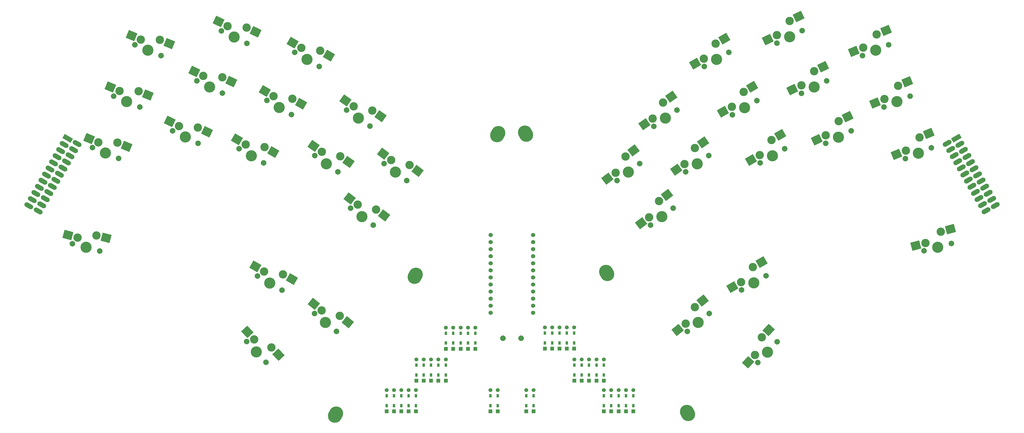
<source format=gbr>
%TF.GenerationSoftware,KiCad,Pcbnew,7.0.7*%
%TF.CreationDate,2024-06-13T17:52:44+09:00*%
%TF.ProjectId,hmproto34-bottom,686d7072-6f74-46f3-9334-2d626f74746f,rev?*%
%TF.SameCoordinates,Original*%
%TF.FileFunction,Soldermask,Bot*%
%TF.FilePolarity,Negative*%
%FSLAX46Y46*%
G04 Gerber Fmt 4.6, Leading zero omitted, Abs format (unit mm)*
G04 Created by KiCad (PCBNEW 7.0.7) date 2024-06-13 17:52:44*
%MOMM*%
%LPD*%
G01*
G04 APERTURE LIST*
G04 Aperture macros list*
%AMHorizOval*
0 Thick line with rounded ends*
0 $1 width*
0 $2 $3 position (X,Y) of the first rounded end (center of the circle)*
0 $4 $5 position (X,Y) of the second rounded end (center of the circle)*
0 Add line between two ends*
20,1,$1,$2,$3,$4,$5,0*
0 Add two circle primitives to create the rounded ends*
1,1,$1,$2,$3*
1,1,$1,$4,$5*%
%AMRotRect*
0 Rectangle, with rotation*
0 The origin of the aperture is its center*
0 $1 length*
0 $2 width*
0 $3 Rotation angle, in degrees counterclockwise*
0 Add horizontal line*
21,1,$1,$2,0,0,$3*%
G04 Aperture macros list end*
%ADD10C,2.000000*%
%ADD11C,3.000000*%
%ADD12C,4.000000*%
%ADD13RotRect,3.300000X3.000000X195.000000*%
%ADD14R,1.397000X1.397000*%
%ADD15R,0.950000X1.300000*%
%ADD16C,1.397000*%
%ADD17C,1.524000*%
%ADD18HorizOval,5.000000X0.250000X-0.433013X-0.250000X0.433013X0*%
%ADD19RotRect,3.300000X3.000000X145.000000*%
%ADD20RotRect,3.300000X3.000000X206.000000*%
%ADD21RotRect,3.300000X3.000000X154.000000*%
%ADD22RotRect,3.300000X3.000000X141.000000*%
%ADD23RotRect,3.300000X3.000000X133.000000*%
%ADD24RotRect,3.300000X3.000000X217.000000*%
%ADD25RotRect,3.400000X1.700000X330.000000*%
%ADD26HorizOval,1.700000X0.736122X-0.425000X-0.736122X0.425000X0*%
%ADD27RotRect,3.300000X3.000000X150.000000*%
%ADD28RotRect,3.300000X3.000000X210.000000*%
%ADD29RotRect,3.300000X3.000000X227.000000*%
%ADD30RotRect,3.300000X3.000000X143.000000*%
%ADD31HorizOval,5.000000X0.250000X0.433013X-0.250000X-0.433013X0*%
%ADD32RotRect,3.300000X3.000000X157.500000*%
%ADD33RotRect,3.300000X3.000000X215.000000*%
%ADD34RotRect,3.300000X3.000000X219.000000*%
%ADD35RotRect,3.300000X3.000000X165.000000*%
%ADD36RotRect,3.300000X3.000000X202.500000*%
%ADD37RotRect,3.400000X1.700000X210.000000*%
%ADD38HorizOval,1.700000X-0.736122X-0.425000X0.736122X0.425000X0*%
G04 APERTURE END LIST*
D10*
%TO.C,SW35*%
X295583097Y-97224801D03*
D11*
X296152422Y-94442649D03*
D12*
X300490000Y-95910000D03*
D11*
X301628651Y-90345696D03*
D10*
X305396903Y-94595199D03*
D13*
X292626099Y-95346114D03*
X305105291Y-89372722D03*
%TD*%
D14*
%TO.C,D17*%
X142537500Y-154840000D03*
D15*
X142537500Y-152805000D03*
X142537500Y-149255000D03*
D16*
X142537500Y-147220000D03*
%TD*%
D17*
%TO.C,U1*%
X155216400Y-91562000D03*
X155216400Y-94102000D03*
X155216400Y-96642000D03*
X155216400Y-99182000D03*
X155216400Y-101722000D03*
X155216400Y-104262000D03*
X155216400Y-106802000D03*
X155216400Y-109342000D03*
X155216400Y-111882000D03*
X155216400Y-114422000D03*
X155216400Y-116962000D03*
X155216400Y-119502000D03*
X139996400Y-119502000D03*
X139996400Y-116962000D03*
X139996400Y-114422000D03*
X139996400Y-111882000D03*
X139996400Y-109342000D03*
X139996400Y-106802000D03*
X139996400Y-104262000D03*
X139996400Y-101722000D03*
X139996400Y-99182000D03*
X139996400Y-96642000D03*
X139996400Y-94102000D03*
X139996400Y-91562000D03*
%TD*%
D18*
%TO.C,J7*%
X181650000Y-105150000D03*
%TD*%
D10*
%TO.C,SW13*%
X76840000Y-63010000D03*
D11*
X79337207Y-61657796D03*
D12*
X81001292Y-65923768D03*
D11*
X85995706Y-63219360D03*
D10*
X85162584Y-68837536D03*
D19*
X76378437Y-59537212D03*
X88975788Y-65257204D03*
%TD*%
D14*
%TO.C,D11*%
X131842500Y-132380000D03*
D15*
X131842500Y-130345000D03*
X131842500Y-126795000D03*
D16*
X131842500Y-124760000D03*
%TD*%
D10*
%TO.C,SW30*%
X251544126Y-40606925D03*
D11*
X251572132Y-37767257D03*
D12*
X256110000Y-38380000D03*
D11*
X256166011Y-32700664D03*
D10*
X260675874Y-36153075D03*
D20*
X248282987Y-39326976D03*
X259393123Y-31082192D03*
%TD*%
D14*
%TO.C,D25*%
X164725000Y-132340000D03*
D15*
X164725000Y-130305000D03*
X164725000Y-126755000D03*
D16*
X164725000Y-124720000D03*
%TD*%
D14*
%TO.C,D9*%
X118597500Y-143855000D03*
D15*
X118597500Y-141820000D03*
X118597500Y-138270000D03*
D16*
X118597500Y-136235000D03*
%TD*%
D10*
%TO.C,SW7*%
X34534126Y-36113075D03*
D11*
X36789057Y-34386869D03*
D12*
X39100000Y-38340000D03*
D11*
X43609862Y-34887589D03*
D10*
X43665874Y-40566925D03*
D21*
X33534982Y-32755246D03*
X46872043Y-36434157D03*
%TD*%
D14*
%TO.C,D33*%
X191200000Y-154840000D03*
D15*
X191200000Y-152805000D03*
X191200000Y-149255000D03*
D16*
X191200000Y-147220000D03*
%TD*%
D10*
%TO.C,SW17*%
X76710000Y-119760000D03*
D11*
X79295449Y-118585287D03*
D12*
X80657901Y-122956948D03*
D11*
X85828799Y-120607520D03*
D10*
X84605802Y-126153896D03*
D22*
X76491810Y-116263475D03*
X88659469Y-122848281D03*
%TD*%
D14*
%TO.C,D30*%
X188562500Y-154840000D03*
D15*
X188562500Y-152805000D03*
X188562500Y-149255000D03*
D16*
X188562500Y-147220000D03*
%TD*%
D10*
%TO.C,SW18*%
X52350000Y-129830000D03*
D11*
X55073777Y-129026544D03*
D12*
X55814552Y-133545277D03*
D11*
X61262105Y-131938364D03*
D10*
X59279104Y-137260554D03*
D23*
X52620557Y-126337136D03*
X63753373Y-134551270D03*
%TD*%
D14*
%TO.C,D4*%
X139900000Y-154840000D03*
D15*
X139900000Y-152805000D03*
X139900000Y-149255000D03*
D16*
X139900000Y-147220000D03*
%TD*%
D14*
%TO.C,D31*%
X170000000Y-132340000D03*
D15*
X170000000Y-130305000D03*
X170000000Y-126755000D03*
D16*
X170000000Y-124720000D03*
%TD*%
D10*
%TO.C,SW20*%
X197420000Y-87950000D03*
D11*
X196905657Y-85157161D03*
D12*
X201477068Y-84892780D03*
D11*
X200448382Y-79307101D03*
D10*
X205534136Y-81835560D03*
D24*
X193974551Y-87315823D03*
X203307383Y-77102604D03*
%TD*%
D10*
%TO.C,SW31*%
X260314126Y-58576925D03*
D11*
X260342132Y-55737257D03*
D12*
X264880000Y-56350000D03*
D11*
X264936011Y-50670664D03*
D10*
X269445874Y-54123075D03*
D20*
X257052987Y-57296976D03*
X268163123Y-49052192D03*
%TD*%
D25*
%TO.C,J1*%
X-11889198Y-56811551D03*
D26*
X-13159198Y-59011256D03*
X-14429198Y-61210960D03*
X-15699198Y-63410665D03*
X-16969198Y-65610369D03*
X-18239198Y-67810074D03*
X-19509198Y-70009778D03*
X-20779198Y-72209483D03*
X-22049198Y-74409187D03*
X-23319198Y-76608892D03*
X-24589198Y-78808596D03*
X-25859198Y-81008301D03*
X-22500000Y-82890000D03*
X-21230000Y-80690295D03*
X-19960000Y-78490591D03*
X-18690000Y-76290886D03*
X-17420000Y-74091182D03*
X-16150000Y-71891477D03*
X-14880000Y-69691772D03*
X-13610000Y-67492068D03*
X-12340000Y-65292363D03*
X-11070000Y-63092659D03*
X-9800000Y-60892954D03*
X-8530000Y-58693250D03*
%TD*%
D10*
%TO.C,SW9*%
X69660591Y-25880000D03*
D11*
X72030443Y-24315295D03*
D12*
X74060000Y-28420000D03*
D11*
X78799705Y-25290591D03*
D10*
X78459409Y-30960000D03*
D27*
X68898111Y-22460654D03*
X81946056Y-27060950D03*
%TD*%
D10*
%TO.C,SW25*%
X230092769Y-111284346D03*
D11*
X229922621Y-108449641D03*
D12*
X234492178Y-108744346D03*
D11*
X234151883Y-103074937D03*
D10*
X238891587Y-106204346D03*
D28*
X226750289Y-110235000D03*
X237258234Y-101235296D03*
%TD*%
D14*
%TO.C,D15*%
X123872500Y-143855000D03*
D15*
X123872500Y-141820000D03*
X123872500Y-138270000D03*
D16*
X123872500Y-136235000D03*
%TD*%
D10*
%TO.C,SW22*%
X235910000Y-137310000D03*
D11*
X234918500Y-134648905D03*
D12*
X239374552Y-133594723D03*
D11*
X237391551Y-128272533D03*
D10*
X242839104Y-129879446D03*
D29*
X232406772Y-137283752D03*
X239824311Y-125605066D03*
%TD*%
D14*
%TO.C,D3*%
X102615000Y-154860000D03*
D15*
X102615000Y-152825000D03*
X102615000Y-149275000D03*
D16*
X102615000Y-147240000D03*
%TD*%
D14*
%TO.C,D27*%
X185925000Y-154840000D03*
D15*
X185925000Y-152805000D03*
X185925000Y-149255000D03*
D16*
X185925000Y-147220000D03*
%TD*%
D14*
%TO.C,D7*%
X105252500Y-154860000D03*
D15*
X105252500Y-152825000D03*
X105252500Y-149275000D03*
D16*
X105252500Y-147240000D03*
%TD*%
D10*
%TO.C,SW14*%
X56290000Y-106220000D03*
D11*
X58659852Y-104655295D03*
D12*
X60689409Y-108760000D03*
D11*
X65429114Y-105630591D03*
D10*
X65088818Y-111300000D03*
D27*
X55527520Y-102800654D03*
X68575465Y-107400950D03*
%TD*%
D10*
%TO.C,SW16*%
X89670000Y-81860000D03*
D11*
X92212877Y-80595771D03*
D12*
X93727068Y-84917220D03*
D11*
X98812823Y-82388762D03*
D10*
X97784136Y-87974440D03*
D30*
X89329916Y-78373218D03*
X101719969Y-84529369D03*
%TD*%
D14*
%TO.C,D26*%
X175335000Y-143820000D03*
D15*
X175335000Y-141785000D03*
X175335000Y-138235000D03*
D16*
X175335000Y-136200000D03*
%TD*%
D31*
%TO.C,J3*%
X84260000Y-156010000D03*
%TD*%
D14*
%TO.C,D23*%
X172697500Y-143820000D03*
D15*
X172697500Y-141785000D03*
X172697500Y-138235000D03*
D16*
X172697500Y-136200000D03*
%TD*%
D10*
%TO.C,SW10*%
X59650591Y-43190000D03*
D11*
X62020443Y-41625295D03*
D12*
X64050000Y-45730000D03*
D11*
X68789705Y-42600591D03*
D10*
X68449409Y-48270000D03*
D27*
X58888111Y-39770654D03*
X71936056Y-44370950D03*
%TD*%
D10*
%TO.C,SW2*%
X12216525Y-23178361D03*
D11*
X14361868Y-21317715D03*
D12*
X16909833Y-25122393D03*
D11*
X21200519Y-21401101D03*
D10*
X21603141Y-27066425D03*
D32*
X11014254Y-19887792D03*
X24551032Y-22745633D03*
%TD*%
D14*
%TO.C,D34*%
X155417500Y-154860000D03*
D15*
X155417500Y-152825000D03*
X155417500Y-149275000D03*
D16*
X155417500Y-147240000D03*
%TD*%
D10*
%TO.C,SW24*%
X210020000Y-68850000D03*
D11*
X209603439Y-66040912D03*
D12*
X214181292Y-65936232D03*
D11*
X213348170Y-60318055D03*
D10*
X218342584Y-63022464D03*
D33*
X206598782Y-68095964D03*
X216282365Y-58214679D03*
%TD*%
D14*
%TO.C,D5*%
X126567500Y-132380000D03*
D15*
X126567500Y-130345000D03*
X126567500Y-126795000D03*
D16*
X126567500Y-124760000D03*
%TD*%
D14*
%TO.C,D29*%
X177972500Y-143820000D03*
D15*
X177972500Y-141785000D03*
X177972500Y-138235000D03*
D16*
X177972500Y-136200000D03*
%TD*%
D10*
%TO.C,SW21*%
X210590000Y-126150000D03*
D11*
X209978501Y-123376812D03*
D12*
X214537901Y-122953052D03*
D11*
X213314904Y-117406677D03*
D10*
X218485802Y-119756104D03*
D34*
X207124517Y-125636452D03*
X216095229Y-115103744D03*
%TD*%
D14*
%TO.C,D18*%
X159450000Y-132340000D03*
D15*
X159450000Y-130305000D03*
X159450000Y-126755000D03*
D16*
X159450000Y-124720000D03*
%TD*%
D10*
%TO.C,SW15*%
X101712932Y-65832780D03*
D11*
X104255809Y-64568551D03*
D12*
X105770000Y-68890000D03*
D11*
X110855755Y-66361542D03*
D10*
X109827068Y-71947220D03*
D30*
X101372848Y-62345998D03*
X113762901Y-68502149D03*
%TD*%
D14*
%TO.C,D16*%
X113165000Y-154860000D03*
D15*
X113165000Y-152825000D03*
X113165000Y-149275000D03*
D16*
X113165000Y-147240000D03*
%TD*%
D10*
%TO.C,SW28*%
X236771182Y-65620000D03*
D11*
X236601034Y-62785295D03*
D12*
X241170591Y-63080000D03*
D11*
X240830296Y-57410591D03*
D10*
X245570000Y-60540000D03*
D28*
X233428702Y-64570654D03*
X243936647Y-55570950D03*
%TD*%
D14*
%TO.C,D22*%
X162087500Y-132340000D03*
D15*
X162087500Y-130305000D03*
X162087500Y-126755000D03*
D16*
X162087500Y-124720000D03*
%TD*%
D10*
%TO.C,SW3*%
X4583384Y-41641936D03*
D11*
X6728727Y-39781290D03*
D12*
X9276692Y-43585968D03*
D11*
X13567378Y-39864676D03*
D10*
X13970000Y-45530000D03*
D32*
X3381113Y-38351367D03*
X16917891Y-41209208D03*
%TD*%
D14*
%TO.C,D14*%
X134480000Y-132380000D03*
D15*
X134480000Y-130345000D03*
X134480000Y-126795000D03*
D16*
X134480000Y-124760000D03*
%TD*%
D10*
%TO.C,SW1*%
X144395000Y-128570000D03*
X150895000Y-128570000D03*
%TD*%
%TO.C,SW8*%
X25774126Y-54113075D03*
D11*
X28029057Y-52386869D03*
D12*
X30340000Y-56340000D03*
D11*
X34849862Y-52887589D03*
D10*
X34905874Y-58566925D03*
D21*
X24774982Y-50755246D03*
X38112043Y-54434157D03*
%TD*%
D14*
%TO.C,D20*%
X180650000Y-154840000D03*
D15*
X180650000Y-152805000D03*
X180650000Y-149255000D03*
D16*
X180650000Y-147220000D03*
%TD*%
D14*
%TO.C,D10*%
X107890000Y-154860000D03*
D15*
X107890000Y-152825000D03*
X107890000Y-149275000D03*
D16*
X107890000Y-147240000D03*
%TD*%
D31*
%TO.C,J5*%
X142510000Y-55300000D03*
%TD*%
D10*
%TO.C,SW12*%
X88298708Y-46616232D03*
D11*
X90795915Y-45264028D03*
D12*
X92460000Y-49530000D03*
D11*
X97454414Y-46825592D03*
D10*
X96621292Y-52443768D03*
D19*
X87837145Y-43143444D03*
X100434496Y-48863436D03*
%TD*%
D14*
%TO.C,D21*%
X152780000Y-154860000D03*
D15*
X152780000Y-152825000D03*
X152780000Y-149275000D03*
D16*
X152780000Y-147240000D03*
%TD*%
D10*
%TO.C,SW5*%
X-10233175Y-94619021D03*
D11*
X-8349049Y-92494270D03*
D12*
X-5326272Y-95933822D03*
D11*
X-1558020Y-91684319D03*
D10*
X-419369Y-97248623D03*
D35*
X-11854667Y-91513531D03*
X1939326Y-92580019D03*
%TD*%
D14*
%TO.C,D28*%
X167362500Y-132340000D03*
D15*
X167362500Y-130305000D03*
X167362500Y-126755000D03*
D16*
X167362500Y-124720000D03*
%TD*%
D18*
%TO.C,J8*%
X152560000Y-55140000D03*
%TD*%
D14*
%TO.C,D1*%
X123930000Y-132380000D03*
D15*
X123930000Y-130345000D03*
X123930000Y-126795000D03*
D16*
X123930000Y-124760000D03*
%TD*%
D10*
%TO.C,SW6*%
X43275069Y-18206206D03*
D11*
X45530000Y-16480000D03*
D12*
X47840943Y-20433131D03*
D11*
X52350805Y-16980720D03*
D10*
X52406817Y-22660056D03*
D21*
X42275925Y-14848377D03*
X55612986Y-18527288D03*
%TD*%
D14*
%TO.C,D24*%
X183287500Y-154840000D03*
D15*
X183287500Y-152805000D03*
X183287500Y-149255000D03*
D16*
X183287500Y-147220000D03*
%TD*%
D10*
%TO.C,SW34*%
X288880000Y-64070000D03*
D11*
X289081311Y-61237338D03*
D12*
X293573308Y-62125968D03*
D11*
X293975930Y-56460644D03*
D10*
X298266616Y-60181936D03*
D36*
X285703082Y-62593351D03*
X297295828Y-55042201D03*
%TD*%
D14*
%TO.C,D2*%
X113322500Y-143855000D03*
D15*
X113322500Y-141820000D03*
X113322500Y-138270000D03*
D16*
X113322500Y-136235000D03*
%TD*%
D10*
%TO.C,SW33*%
X281203384Y-45548064D03*
D11*
X281404695Y-42715402D03*
D12*
X285896692Y-43604032D03*
D11*
X286299314Y-37938708D03*
D10*
X290590000Y-41660000D03*
D36*
X278026466Y-44071415D03*
X289619212Y-36520265D03*
%TD*%
D14*
%TO.C,D12*%
X121235000Y-143855000D03*
D15*
X121235000Y-141820000D03*
X121235000Y-138270000D03*
D16*
X121235000Y-136235000D03*
%TD*%
D10*
%TO.C,SW32*%
X273533384Y-27058064D03*
D11*
X273734695Y-24225402D03*
D12*
X278226692Y-25114032D03*
D11*
X278629314Y-19448708D03*
D10*
X282920000Y-23170000D03*
D36*
X270356466Y-25581415D03*
X281949212Y-18030265D03*
%TD*%
D10*
%TO.C,SW26*%
X216731182Y-31020000D03*
D11*
X216561034Y-28185295D03*
D12*
X221130591Y-28480000D03*
D11*
X220790296Y-22810591D03*
D10*
X225530000Y-25940000D03*
D28*
X213388702Y-29970654D03*
X223896647Y-20970950D03*
%TD*%
D10*
%TO.C,SW27*%
X226750591Y-48320000D03*
D11*
X226580443Y-45485295D03*
D12*
X231150000Y-45780000D03*
D11*
X230809705Y-40110591D03*
D10*
X235549409Y-43240000D03*
D28*
X223408111Y-47270654D03*
X233916056Y-38270950D03*
%TD*%
D10*
%TO.C,SW4*%
X-3036616Y-60151936D03*
D11*
X-891273Y-58291290D03*
D12*
X1656692Y-62095968D03*
D11*
X5947378Y-58374676D03*
D10*
X6350000Y-64040000D03*
D32*
X-4238887Y-56861367D03*
X9297891Y-59719208D03*
%TD*%
D10*
%TO.C,SW19*%
X185380000Y-71960000D03*
D11*
X184865657Y-69167161D03*
D12*
X189437068Y-68902780D03*
D11*
X188408382Y-63317101D03*
D10*
X193494136Y-65845560D03*
D24*
X181934551Y-71325823D03*
X191267383Y-61112604D03*
%TD*%
D31*
%TO.C,J4*%
X112860000Y-106210000D03*
%TD*%
D10*
%TO.C,SW29*%
X242740000Y-22590000D03*
D11*
X242768006Y-19750332D03*
D12*
X247305874Y-20363075D03*
D11*
X247361885Y-14683739D03*
D10*
X251871748Y-18136150D03*
D20*
X239478861Y-21310051D03*
X250588997Y-13065267D03*
%TD*%
D18*
%TO.C,J6*%
X210650000Y-155470000D03*
%TD*%
D14*
%TO.C,D6*%
X115960000Y-143855000D03*
D15*
X115960000Y-141820000D03*
X115960000Y-138270000D03*
D16*
X115960000Y-136235000D03*
%TD*%
D14*
%TO.C,D8*%
X129205000Y-132380000D03*
D15*
X129205000Y-130345000D03*
X129205000Y-126795000D03*
D16*
X129205000Y-124760000D03*
%TD*%
D14*
%TO.C,D13*%
X110527500Y-154860000D03*
D15*
X110527500Y-152825000D03*
X110527500Y-149275000D03*
D16*
X110527500Y-147240000D03*
%TD*%
D14*
%TO.C,D19*%
X170060000Y-143820000D03*
D15*
X170060000Y-141785000D03*
X170060000Y-138235000D03*
D16*
X170060000Y-136200000D03*
%TD*%
D10*
%TO.C,SW11*%
X49622769Y-60544346D03*
D11*
X51992621Y-58979641D03*
D12*
X54022178Y-63084346D03*
D11*
X58761883Y-59954937D03*
D10*
X58421587Y-65624346D03*
D27*
X48860289Y-57125000D03*
X61908234Y-61725296D03*
%TD*%
D14*
%TO.C,D32*%
X180610000Y-143820000D03*
D15*
X180610000Y-141785000D03*
X180610000Y-138235000D03*
D16*
X180610000Y-136200000D03*
%TD*%
D10*
%TO.C,SW23*%
X198588708Y-52483768D03*
D11*
X198172147Y-49674680D03*
D12*
X202750000Y-49570000D03*
D11*
X201916878Y-43951823D03*
D10*
X206911292Y-46656232D03*
D33*
X195167490Y-51729732D03*
X204851073Y-41848447D03*
%TD*%
D37*
%TO.C,J2*%
X307229198Y-56738892D03*
D38*
X308499198Y-58938597D03*
X309769198Y-61138301D03*
X311039198Y-63338006D03*
X312309198Y-65537710D03*
X313579198Y-67737415D03*
X314849198Y-69937119D03*
X316119198Y-72136824D03*
X317389198Y-74336528D03*
X318659198Y-76536233D03*
X319929198Y-78735937D03*
X321199198Y-80935642D03*
X317840000Y-82817341D03*
X316570000Y-80617636D03*
X315300000Y-78417931D03*
X314030000Y-76218227D03*
X312760000Y-74018522D03*
X311490000Y-71818818D03*
X310220000Y-69619113D03*
X308950000Y-67419409D03*
X307680000Y-65219704D03*
X306410000Y-63020000D03*
X305140000Y-60820295D03*
X303870000Y-58620591D03*
%TD*%
M02*

</source>
